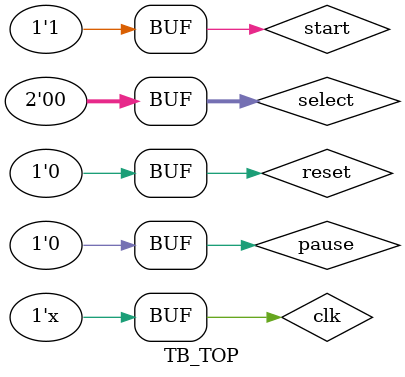
<source format=sv>
`timescale 1 ps / 1 ps
module TB_TOP();

	// Entrada
	logic clk;
	logic reset;
	logic start;
	logic pause;
	logic [1:0] select;
	logic clk_vga;
	logic hsync_out;
	logic vsync_out;
	logic [7:0] o_red;
	logic [7:0] o_blue;
	logic [7:0] o_green;
	

	// Salida
	logic EndFlag;

	// Instanciación del módulo top
	top top_inst(
		.clk_50(clk),
		.reset(reset),
		.start(start),
		.pause(pause),
		.select(select),
		.EndFlag(EndFlag),
		.clk_vga(clk_vga),
		.hsync_out(hsync_out),
		.vsync_out(vsync_out),
		.o_red(o_red),
		.o_blue(o_blue),
		.o_green(o_green)
	);
	 
	 
	// initialize test
	initial begin
		clk = 0;
		reset = 1; # 6; reset = 0;
		select = 0;
		pause = 1;
		start = 0; # 5; start = 1;
		
		#500; pause = 0;
				
	end

	// generate clock to sequence tests
	always begin
		clk = ~clk; #5;
	end
	
endmodule
</source>
